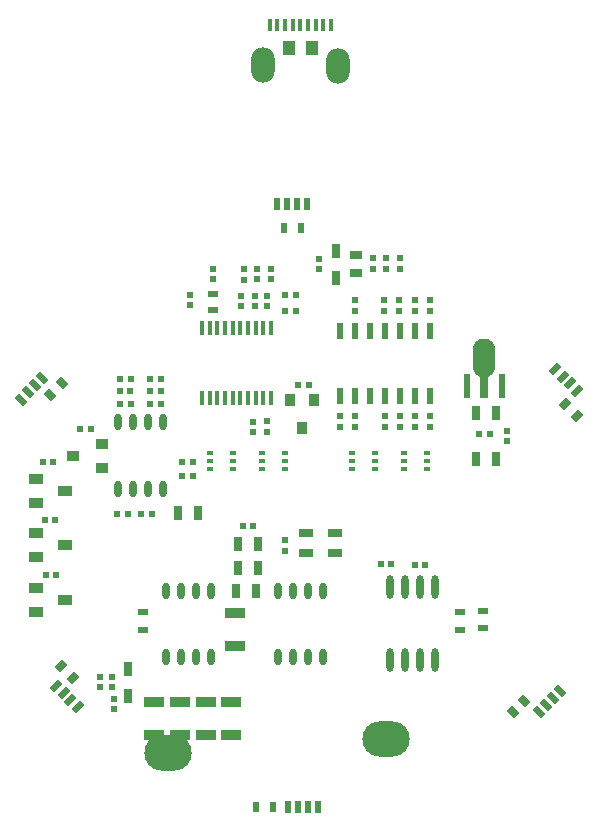
<source format=gtp>
%FSLAX25Y25*%
%MOIN*%
G70*
G01*
G75*
G04 Layer_Color=8421504*
%ADD10C,0.00787*%
%ADD11C,0.01181*%
%ADD12C,0.01969*%
%ADD13O,0.07874X0.11811*%
%ADD14O,0.15748X0.11811*%
%ADD15R,0.03543X0.02362*%
%ADD16R,0.02362X0.01969*%
%ADD17R,0.04921X0.02756*%
%ADD18R,0.02756X0.04921*%
%ADD19R,0.01969X0.02362*%
%ADD20R,0.06693X0.03543*%
%ADD21O,0.02362X0.05512*%
%ADD22R,0.03543X0.03937*%
%ADD23R,0.01575X0.04724*%
%ADD24R,0.03150X0.07874*%
%ADD25R,0.02362X0.07874*%
%ADD26O,0.07480X0.12992*%
G04:AMPARAMS|DCode=27|XSize=23.62mil|YSize=35.43mil|CornerRadius=0mil|HoleSize=0mil|Usage=FLASHONLY|Rotation=135.000|XOffset=0mil|YOffset=0mil|HoleType=Round|Shape=Rectangle|*
%AMROTATEDRECTD27*
4,1,4,0.02088,0.00418,-0.00418,-0.02088,-0.02088,-0.00418,0.00418,0.02088,0.02088,0.00418,0.0*
%
%ADD27ROTATEDRECTD27*%

%ADD28R,0.02362X0.03543*%
%ADD29R,0.01969X0.01575*%
%ADD30R,0.03937X0.03543*%
%ADD31R,0.01575X0.03937*%
%ADD32O,0.02362X0.07874*%
%ADD33R,0.02362X0.05512*%
%ADD34R,0.03150X0.05118*%
%ADD35R,0.03937X0.02756*%
G04:AMPARAMS|DCode=36|XSize=23.62mil|YSize=35.43mil|CornerRadius=0mil|HoleSize=0mil|Usage=FLASHONLY|Rotation=225.000|XOffset=0mil|YOffset=0mil|HoleType=Round|Shape=Rectangle|*
%AMROTATEDRECTD36*
4,1,4,-0.00418,0.02088,0.02088,-0.00418,0.00418,-0.02088,-0.02088,0.00418,-0.00418,0.02088,0.0*
%
%ADD36ROTATEDRECTD36*%

%ADD37R,0.04724X0.03543*%
%ADD38R,0.03937X0.04724*%
G04:AMPARAMS|DCode=39|XSize=19.69mil|YSize=39.37mil|CornerRadius=0mil|HoleSize=0mil|Usage=FLASHONLY|Rotation=45.000|XOffset=0mil|YOffset=0mil|HoleType=Round|Shape=Rectangle|*
%AMROTATEDRECTD39*
4,1,4,0.00696,-0.02088,-0.02088,0.00696,-0.00696,0.02088,0.02088,-0.00696,0.00696,-0.02088,0.0*
%
%ADD39ROTATEDRECTD39*%

G04:AMPARAMS|DCode=40|XSize=19.69mil|YSize=39.37mil|CornerRadius=0mil|HoleSize=0mil|Usage=FLASHONLY|Rotation=135.000|XOffset=0mil|YOffset=0mil|HoleType=Round|Shape=Rectangle|*
%AMROTATEDRECTD40*
4,1,4,0.02088,0.00696,-0.00696,-0.02088,-0.02088,-0.00696,0.00696,0.02088,0.02088,0.00696,0.0*
%
%ADD40ROTATEDRECTD40*%

%ADD41R,0.01969X0.03937*%
%ADD42C,0.07874*%
%ADD43C,0.03937*%
%ADD44C,0.05906*%
%ADD45C,0.04724*%
%ADD46C,0.11811*%
%ADD47R,0.09645X0.14900*%
%ADD48R,0.29300X0.12570*%
%ADD49R,0.06400X0.17200*%
%ADD50R,0.19291X0.03830*%
%ADD51R,0.05906X0.13780*%
%ADD52R,0.08661X0.14173*%
%ADD53R,0.05512X0.13780*%
%ADD54R,0.14567X0.16142*%
%ADD55R,0.15182X0.11426*%
%ADD56R,0.05300X0.03507*%
%ADD57R,0.24200X0.17200*%
%ADD58O,0.05906X0.07874*%
%ADD59C,0.02362*%
%ADD60C,0.09843*%
%ADD61O,0.07874X0.05906*%
%ADD62R,0.07874X0.05906*%
%ADD63R,0.07500X0.30800*%
%ADD64R,0.10581X0.53500*%
%ADD65C,0.00394*%
%ADD66C,0.00197*%
%ADD67C,0.00984*%
%ADD68C,0.01000*%
%ADD69C,0.02362*%
%ADD70C,0.00591*%
%ADD71C,0.00800*%
%ADD72C,0.00500*%
%ADD73C,0.00200*%
%ADD74C,0.00400*%
D13*
X-13000Y152700D02*
D03*
X12200Y152300D02*
D03*
D14*
X28104Y-71800D02*
D03*
X-44688Y-76500D02*
D03*
D15*
X-29700Y71019D02*
D03*
Y76531D02*
D03*
X60336Y-29412D02*
D03*
Y-34924D02*
D03*
X52856Y-29609D02*
D03*
Y-35514D02*
D03*
X-53050Y-35514D02*
D03*
Y-29609D02*
D03*
D16*
X-67141Y-51232D02*
D03*
X-67142Y-54775D02*
D03*
X-10109Y81319D02*
D03*
X-10109Y84862D02*
D03*
X-5514Y-5744D02*
D03*
X-5514Y-9287D02*
D03*
X42725Y35600D02*
D03*
X42725Y32057D02*
D03*
X-37186Y72619D02*
D03*
X-37186Y76162D02*
D03*
X-15514Y75831D02*
D03*
X-15514Y72287D02*
D03*
X-11686Y30419D02*
D03*
X-11686Y33962D02*
D03*
X-20300Y72233D02*
D03*
Y75776D02*
D03*
X-62460Y-62072D02*
D03*
Y-58528D02*
D03*
X-63106Y-51228D02*
D03*
Y-54772D02*
D03*
X-11500Y72303D02*
D03*
Y75846D02*
D03*
X-16300Y33846D02*
D03*
Y30303D02*
D03*
X-19300Y81135D02*
D03*
Y84679D02*
D03*
X-14900Y84792D02*
D03*
Y81249D02*
D03*
X5639Y88158D02*
D03*
Y84615D02*
D03*
X23749Y88280D02*
D03*
Y84737D02*
D03*
X32804D02*
D03*
Y88280D02*
D03*
X28080Y84737D02*
D03*
Y88280D02*
D03*
X42642Y70852D02*
D03*
Y74395D02*
D03*
X37623D02*
D03*
Y70852D02*
D03*
X27583D02*
D03*
Y74395D02*
D03*
X32603D02*
D03*
Y70852D02*
D03*
X17642Y70852D02*
D03*
Y74395D02*
D03*
X17839Y32072D02*
D03*
Y35616D02*
D03*
X12820D02*
D03*
Y32072D02*
D03*
X37623Y35616D02*
D03*
Y32072D02*
D03*
X27780Y35616D02*
D03*
Y32072D02*
D03*
X32800D02*
D03*
Y35616D02*
D03*
X-29616Y81336D02*
D03*
Y84880D02*
D03*
X68390Y27228D02*
D03*
Y30771D02*
D03*
D17*
X11100Y-9847D02*
D03*
Y-3153D02*
D03*
X1281Y-9924D02*
D03*
Y-3231D02*
D03*
D18*
X64650Y36677D02*
D03*
X57957D02*
D03*
X58055Y21505D02*
D03*
X64748D02*
D03*
X-34653Y3500D02*
D03*
X-41346D02*
D03*
X-14664Y-14845D02*
D03*
X-21357D02*
D03*
X-15057Y-22719D02*
D03*
X-21750D02*
D03*
X-21357Y-6971D02*
D03*
X-14664D02*
D03*
D19*
X59154Y29787D02*
D03*
X62697Y29787D02*
D03*
X-47017Y47950D02*
D03*
X-50560Y47950D02*
D03*
X-5556Y76161D02*
D03*
X-2013Y76161D02*
D03*
X-57056Y43914D02*
D03*
X-60600Y43914D02*
D03*
X-57944Y3014D02*
D03*
X-61487Y3014D02*
D03*
X-16150Y-1065D02*
D03*
X-19694D02*
D03*
X-53472Y3100D02*
D03*
X-49928D02*
D03*
X2372Y45975D02*
D03*
X-1172D02*
D03*
X-60572Y48200D02*
D03*
X-57028D02*
D03*
X-1928Y70575D02*
D03*
X-5472D02*
D03*
X-47001Y43899D02*
D03*
X-50545D02*
D03*
X-60584Y39863D02*
D03*
X-57041D02*
D03*
X-47001Y39863D02*
D03*
X-50545D02*
D03*
X-70228Y31300D02*
D03*
X-73772D02*
D03*
X-39891Y20500D02*
D03*
X-36348D02*
D03*
X-39772Y15847D02*
D03*
X-36228D02*
D03*
X26281Y-13664D02*
D03*
X29824D02*
D03*
X37698Y-14058D02*
D03*
X41242D02*
D03*
X-86272Y20376D02*
D03*
X-82728D02*
D03*
X-85372Y-17124D02*
D03*
X-81828D02*
D03*
X-82128Y1176D02*
D03*
X-85672D02*
D03*
D20*
X-49344Y-59475D02*
D03*
Y-70498D02*
D03*
X-32021Y-59453D02*
D03*
Y-70476D02*
D03*
X-23700Y-59488D02*
D03*
Y-70512D02*
D03*
X-22341Y-40829D02*
D03*
Y-29805D02*
D03*
X-40680Y-59475D02*
D03*
Y-70498D02*
D03*
D21*
X-7794Y-44569D02*
D03*
X-2794D02*
D03*
X-7794Y-22522D02*
D03*
X7206Y-44569D02*
D03*
Y-22522D02*
D03*
X-2794D02*
D03*
X2206Y-44569D02*
D03*
Y-22522D02*
D03*
X-45195Y-44569D02*
D03*
X-40195D02*
D03*
X-45195Y-22522D02*
D03*
X-30195Y-44569D02*
D03*
Y-22522D02*
D03*
X-40195D02*
D03*
X-35195Y-44569D02*
D03*
Y-22522D02*
D03*
X-51293Y33564D02*
D03*
X-51293Y11517D02*
D03*
X-61293D02*
D03*
X-56293Y33564D02*
D03*
X-46293D02*
D03*
X-56293Y11517D02*
D03*
X-46293D02*
D03*
X-61293Y33564D02*
D03*
D22*
X100Y31650D02*
D03*
X-3837Y41099D02*
D03*
X4037D02*
D03*
D23*
X-10224Y65187D02*
D03*
X-12783D02*
D03*
X-15342D02*
D03*
X-17901D02*
D03*
X-20460D02*
D03*
X-23019D02*
D03*
X-25578D02*
D03*
X-28137D02*
D03*
X-30696D02*
D03*
X-33255D02*
D03*
Y41565D02*
D03*
X-30696D02*
D03*
X-28137D02*
D03*
X-25578D02*
D03*
X-23019D02*
D03*
X-20460D02*
D03*
X-17901D02*
D03*
X-15342D02*
D03*
X-12783D02*
D03*
X-10224D02*
D03*
D24*
X60909Y45732D02*
D03*
D25*
X66815D02*
D03*
X55004D02*
D03*
D26*
X60909Y55181D02*
D03*
D27*
X87751Y39549D02*
D03*
X91649Y35651D02*
D03*
X-76226Y-51549D02*
D03*
X-80123Y-47651D02*
D03*
D28*
X-9544Y-94600D02*
D03*
X-15056D02*
D03*
X-244Y98500D02*
D03*
X-5756D02*
D03*
D29*
X41627Y23234D02*
D03*
Y20675D02*
D03*
Y18116D02*
D03*
X34146D02*
D03*
Y20675D02*
D03*
Y23234D02*
D03*
X24304D02*
D03*
Y20675D02*
D03*
Y18116D02*
D03*
X16824D02*
D03*
Y20675D02*
D03*
Y23234D02*
D03*
X-22940D02*
D03*
Y20675D02*
D03*
Y18116D02*
D03*
X-30421D02*
D03*
Y20675D02*
D03*
Y23234D02*
D03*
X-5617D02*
D03*
Y20675D02*
D03*
Y18116D02*
D03*
X-13098D02*
D03*
Y20675D02*
D03*
Y23234D02*
D03*
D30*
X-66676Y18509D02*
D03*
Y26384D02*
D03*
X-76124Y22446D02*
D03*
D31*
X7277Y165926D02*
D03*
X4718D02*
D03*
X-8077D02*
D03*
X-5518D02*
D03*
X-10636D02*
D03*
X-2959D02*
D03*
X-400D02*
D03*
X2159D02*
D03*
X9836D02*
D03*
D32*
X39608Y-21341D02*
D03*
Y-45750D02*
D03*
X29608D02*
D03*
X34608Y-21341D02*
D03*
X44608D02*
D03*
X34608Y-45750D02*
D03*
X44608D02*
D03*
X29608Y-21341D02*
D03*
D33*
X42721Y63962D02*
D03*
X37721D02*
D03*
X32721D02*
D03*
X27721D02*
D03*
X22721D02*
D03*
X17721D02*
D03*
X12721D02*
D03*
X17721Y42505D02*
D03*
X22721D02*
D03*
X27721D02*
D03*
X32721D02*
D03*
X37721D02*
D03*
X42721D02*
D03*
X12721D02*
D03*
D34*
X11524Y90717D02*
D03*
X11524Y81701D02*
D03*
X-57760Y-57528D02*
D03*
Y-48512D02*
D03*
D35*
X18237Y89540D02*
D03*
X18237Y83240D02*
D03*
D36*
X-83849Y42651D02*
D03*
X-79951Y46549D02*
D03*
X74249Y-59151D02*
D03*
X70351Y-63049D02*
D03*
D37*
X-88424Y14613D02*
D03*
X-78976Y10676D02*
D03*
X-88424Y6739D02*
D03*
Y-3387D02*
D03*
X-78976Y-7324D02*
D03*
X-88424Y-11261D02*
D03*
Y-21663D02*
D03*
X-78976Y-25600D02*
D03*
X-88424Y-29537D02*
D03*
D38*
X-4337Y158300D02*
D03*
X3537D02*
D03*
D39*
X-93719Y41181D02*
D03*
X-91214Y43687D02*
D03*
X-88986Y45914D02*
D03*
X-86481Y48419D02*
D03*
X78981Y-63035D02*
D03*
X81486Y-60529D02*
D03*
X83714Y-58302D02*
D03*
X86219Y-55797D02*
D03*
D40*
X-81819Y-54181D02*
D03*
X-79314Y-56686D02*
D03*
X-77087Y-58913D02*
D03*
X-74581Y-61419D02*
D03*
X84581Y51319D02*
D03*
X87086Y48814D02*
D03*
X89314Y46586D02*
D03*
X91819Y44081D02*
D03*
D41*
X5518Y-94700D02*
D03*
X1975D02*
D03*
X-1175D02*
D03*
X-4718D02*
D03*
X1918Y106500D02*
D03*
X-1625D02*
D03*
X-4775D02*
D03*
X-8318D02*
D03*
M02*

</source>
